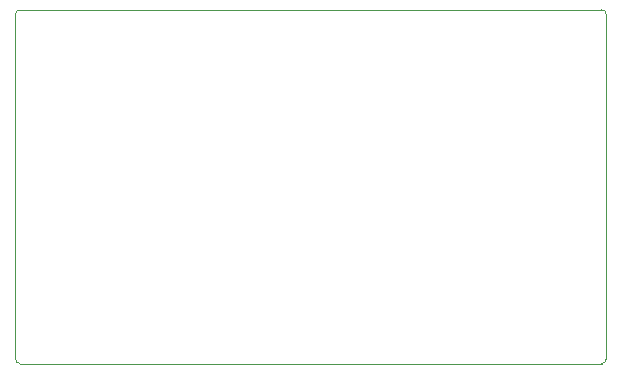
<source format=gbr>
%TF.GenerationSoftware,KiCad,Pcbnew,7.0.5*%
%TF.CreationDate,2023-07-22T19:28:39+09:00*%
%TF.ProjectId,power,706f7765-722e-46b6-9963-61645f706362,rev?*%
%TF.SameCoordinates,Original*%
%TF.FileFunction,Profile,NP*%
%FSLAX46Y46*%
G04 Gerber Fmt 4.6, Leading zero omitted, Abs format (unit mm)*
G04 Created by KiCad (PCBNEW 7.0.5) date 2023-07-22 19:28:39*
%MOMM*%
%LPD*%
G01*
G04 APERTURE LIST*
%TA.AperFunction,Profile*%
%ADD10C,0.100000*%
%TD*%
G04 APERTURE END LIST*
D10*
X113538000Y-38481000D02*
X113522592Y-67675592D01*
X63896408Y-38115408D02*
X113157000Y-38100000D01*
X63896408Y-38115408D02*
G75*
G03*
X63515408Y-38496408I-8J-380992D01*
G01*
X113141592Y-68056592D02*
G75*
G03*
X113522592Y-67675592I8J380992D01*
G01*
X113538000Y-38481000D02*
G75*
G03*
X113157000Y-38100000I-381000J0D01*
G01*
X63515408Y-67675592D02*
X63515408Y-38496408D01*
X63515408Y-67675592D02*
G75*
G03*
X63896408Y-68056592I380992J-8D01*
G01*
X113141592Y-68056592D02*
X63896408Y-68056592D01*
M02*

</source>
